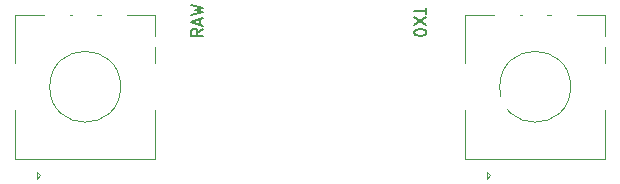
<source format=gto>
%TF.GenerationSoftware,KiCad,Pcbnew,(5.1.6)-1*%
%TF.CreationDate,2020-12-18T23:07:10-06:00*%
%TF.ProjectId,macropad_3x3,6d616372-6f70-4616-945f-3378332e6b69,rev?*%
%TF.SameCoordinates,Original*%
%TF.FileFunction,Legend,Top*%
%TF.FilePolarity,Positive*%
%FSLAX46Y46*%
G04 Gerber Fmt 4.6, Leading zero omitted, Abs format (unit mm)*
G04 Created by KiCad (PCBNEW (5.1.6)-1) date 2020-12-18 23:07:10*
%MOMM*%
%LPD*%
G01*
G04 APERTURE LIST*
%ADD10C,0.150000*%
%ADD11C,0.120000*%
%ADD12C,2.101600*%
%ADD13R,2.101600X3.301600*%
%ADD14R,2.101600X2.101600*%
%ADD15C,1.701600*%
%ADD16R,1.601600X1.301600*%
%ADD17C,2.351600*%
%ADD18C,4.089400*%
%ADD19C,1.851600*%
%ADD20C,1.801600*%
%ADD21C,0.901600*%
%ADD22C,2.006600*%
%ADD23R,2.006600X2.006600*%
%ADD24R,1.701600X1.701600*%
%ADD25O,1.701600X2.101600*%
%ADD26C,2.082800*%
G04 APERTURE END LIST*
D10*
X60618619Y-25050904D02*
X60618619Y-25622333D01*
X59618619Y-25336619D02*
X60618619Y-25336619D01*
X60618619Y-25860428D02*
X59618619Y-26527095D01*
X60618619Y-26527095D02*
X59618619Y-25860428D01*
X60618619Y-27098523D02*
X60618619Y-27193761D01*
X60571000Y-27289000D01*
X60523380Y-27336619D01*
X60428142Y-27384238D01*
X60237666Y-27431857D01*
X59999571Y-27431857D01*
X59809095Y-27384238D01*
X59713857Y-27336619D01*
X59666238Y-27289000D01*
X59618619Y-27193761D01*
X59618619Y-27098523D01*
X59666238Y-27003285D01*
X59713857Y-26955666D01*
X59809095Y-26908047D01*
X59999571Y-26860428D01*
X60237666Y-26860428D01*
X60428142Y-26908047D01*
X60523380Y-26955666D01*
X60571000Y-27003285D01*
X60618619Y-27098523D01*
X41727380Y-26852476D02*
X41251190Y-27185809D01*
X41727380Y-27423904D02*
X40727380Y-27423904D01*
X40727380Y-27042952D01*
X40775000Y-26947714D01*
X40822619Y-26900095D01*
X40917857Y-26852476D01*
X41060714Y-26852476D01*
X41155952Y-26900095D01*
X41203571Y-26947714D01*
X41251190Y-27042952D01*
X41251190Y-27423904D01*
X41441666Y-26471523D02*
X41441666Y-25995333D01*
X41727380Y-26566761D02*
X40727380Y-26233428D01*
X41727380Y-25900095D01*
X40727380Y-25662000D02*
X41727380Y-25423904D01*
X41013095Y-25233428D01*
X41727380Y-25042952D01*
X40727380Y-24804857D01*
D11*
%TO.C,RE2*%
X72850000Y-31750000D02*
G75*
G03*
X72850000Y-31750000I-3000000J0D01*
G01*
X63950000Y-29750000D02*
X63950000Y-25650000D01*
X75750000Y-25650000D02*
X75750000Y-29750000D01*
X75750000Y-33750000D02*
X75750000Y-37850000D01*
X63950000Y-33750000D02*
X63950000Y-37850000D01*
X63950000Y-37850000D02*
X75750000Y-37850000D01*
X66050000Y-39250000D02*
X65750000Y-39550000D01*
X65750000Y-39550000D02*
X65750000Y-38950000D01*
X65750000Y-38950000D02*
X66050000Y-39250000D01*
X63950000Y-25650000D02*
X66350000Y-25650000D01*
X68550000Y-25650000D02*
X71150000Y-25650000D01*
X73350000Y-25650000D02*
X75750000Y-25650000D01*
X69350000Y-31750000D02*
X70350000Y-31750000D01*
X69850000Y-32250000D02*
X69850000Y-31250000D01*
%TO.C,RE1*%
X34750000Y-31750000D02*
G75*
G03*
X34750000Y-31750000I-3000000J0D01*
G01*
X25850000Y-29750000D02*
X25850000Y-25650000D01*
X37650000Y-25650000D02*
X37650000Y-29750000D01*
X37650000Y-33750000D02*
X37650000Y-37850000D01*
X25850000Y-33750000D02*
X25850000Y-37850000D01*
X25850000Y-37850000D02*
X37650000Y-37850000D01*
X27950000Y-39250000D02*
X27650000Y-39550000D01*
X27650000Y-39550000D02*
X27650000Y-38950000D01*
X27650000Y-38950000D02*
X27950000Y-39250000D01*
X25850000Y-25650000D02*
X28250000Y-25650000D01*
X30450000Y-25650000D02*
X33050000Y-25650000D01*
X35250000Y-25650000D02*
X37650000Y-25650000D01*
X31250000Y-31750000D02*
X32250000Y-31750000D01*
X31750000Y-32250000D02*
X31750000Y-31250000D01*
%TD*%
%LPC*%
D12*
%TO.C,RE2*%
X72350000Y-24750000D03*
X67350000Y-24750000D03*
D13*
X75450000Y-31750000D03*
X64250000Y-31750000D03*
D12*
X72350000Y-39250000D03*
X69850000Y-39250000D03*
D14*
X67350000Y-39250000D03*
%TD*%
D15*
%TO.C,R11*%
X52705000Y-23812500D03*
X60505000Y-23812500D03*
D16*
X55255000Y-23812500D03*
X57955000Y-23812500D03*
%TD*%
D15*
%TO.C,R10*%
X50662500Y-23622000D03*
X42862500Y-23622000D03*
D16*
X48112500Y-23622000D03*
X45412500Y-23622000D03*
%TD*%
D15*
%TO.C,R9*%
X65950000Y-77216000D03*
X73750000Y-77216000D03*
D16*
X68500000Y-77216000D03*
X71200000Y-77216000D03*
%TD*%
D15*
%TO.C,R8*%
X46900000Y-77216000D03*
X54700000Y-77216000D03*
D16*
X49450000Y-77216000D03*
X52150000Y-77216000D03*
%TD*%
D15*
%TO.C,R7*%
X27850000Y-77216000D03*
X35650000Y-77216000D03*
D16*
X30400000Y-77216000D03*
X33100000Y-77216000D03*
%TD*%
D15*
%TO.C,R6*%
X65950000Y-58166000D03*
X73750000Y-58166000D03*
D16*
X68500000Y-58166000D03*
X71200000Y-58166000D03*
%TD*%
D15*
%TO.C,R5*%
X46900000Y-58166000D03*
X54700000Y-58166000D03*
D16*
X49450000Y-58166000D03*
X52150000Y-58166000D03*
%TD*%
D15*
%TO.C,R4*%
X27850000Y-58166000D03*
X35650000Y-58166000D03*
D16*
X30400000Y-58166000D03*
X33100000Y-58166000D03*
%TD*%
D15*
%TO.C,R3*%
X65950000Y-42418000D03*
X73750000Y-42418000D03*
D16*
X68500000Y-42418000D03*
X71200000Y-42418000D03*
%TD*%
D15*
%TO.C,R2*%
X46900000Y-39116000D03*
X54700000Y-39116000D03*
D16*
X49450000Y-39116000D03*
X52150000Y-39116000D03*
%TD*%
D15*
%TO.C,R1*%
X27850000Y-41656000D03*
X35650000Y-41656000D03*
D16*
X30400000Y-41656000D03*
X33100000Y-41656000D03*
%TD*%
D15*
%TO.C,RQ1*%
X42926000Y-58801000D03*
X42926000Y-66601000D03*
%TD*%
%TO.C,MX6*%
G36*
G01*
X72270027Y-47473077D02*
X72270028Y-47473077D01*
G75*
G02*
X71176923Y-46220028I79972J1173077D01*
G01*
X71216465Y-45639996D01*
G75*
G02*
X72469514Y-44546891I1173077J-79972D01*
G01*
X72469514Y-44546891D01*
G75*
G02*
X73562619Y-45799940I-79972J-1173077D01*
G01*
X73523077Y-46379972D01*
G75*
G02*
X72270028Y-47473077I-1173077J79972D01*
G01*
G37*
D17*
X72390000Y-45720000D03*
G36*
G01*
X65254762Y-49135162D02*
X65254762Y-49135162D01*
G75*
G02*
X65164838Y-47474762I785238J875162D01*
G01*
X66474828Y-46014754D01*
G75*
G02*
X68135228Y-45924830I875162J-785238D01*
G01*
X68135228Y-45924830D01*
G75*
G02*
X68225152Y-47585230I-785238J-875162D01*
G01*
X66915162Y-49045238D01*
G75*
G02*
X65254762Y-49135162I-875162J785238D01*
G01*
G37*
D18*
X69850000Y-50800000D03*
D17*
X67350000Y-46800000D03*
D19*
X64770000Y-50800000D03*
X74930000Y-50800000D03*
D12*
X74850000Y-47000000D03*
X69850000Y-44900000D03*
D20*
X64350000Y-50800000D03*
X75350000Y-50800000D03*
D21*
X64630000Y-55000000D03*
D22*
X68580000Y-55880000D03*
D23*
X71120000Y-55880000D03*
%TD*%
%TO.C,MX9*%
G36*
G01*
X72270027Y-66523077D02*
X72270028Y-66523077D01*
G75*
G02*
X71176923Y-65270028I79972J1173077D01*
G01*
X71216465Y-64689996D01*
G75*
G02*
X72469514Y-63596891I1173077J-79972D01*
G01*
X72469514Y-63596891D01*
G75*
G02*
X73562619Y-64849940I-79972J-1173077D01*
G01*
X73523077Y-65429972D01*
G75*
G02*
X72270028Y-66523077I-1173077J79972D01*
G01*
G37*
D17*
X72390000Y-64770000D03*
G36*
G01*
X65254762Y-68185162D02*
X65254762Y-68185162D01*
G75*
G02*
X65164838Y-66524762I785238J875162D01*
G01*
X66474828Y-65064754D01*
G75*
G02*
X68135228Y-64974830I875162J-785238D01*
G01*
X68135228Y-64974830D01*
G75*
G02*
X68225152Y-66635230I-785238J-875162D01*
G01*
X66915162Y-68095238D01*
G75*
G02*
X65254762Y-68185162I-875162J785238D01*
G01*
G37*
D18*
X69850000Y-69850000D03*
D17*
X67350000Y-65850000D03*
D19*
X64770000Y-69850000D03*
X74930000Y-69850000D03*
D12*
X74850000Y-66050000D03*
X69850000Y-63950000D03*
D20*
X64350000Y-69850000D03*
X75350000Y-69850000D03*
D21*
X64630000Y-74050000D03*
D22*
X68580000Y-74930000D03*
D23*
X71120000Y-74930000D03*
%TD*%
%TO.C,MX8*%
G36*
G01*
X53220027Y-66523077D02*
X53220028Y-66523077D01*
G75*
G02*
X52126923Y-65270028I79972J1173077D01*
G01*
X52166465Y-64689996D01*
G75*
G02*
X53419514Y-63596891I1173077J-79972D01*
G01*
X53419514Y-63596891D01*
G75*
G02*
X54512619Y-64849940I-79972J-1173077D01*
G01*
X54473077Y-65429972D01*
G75*
G02*
X53220028Y-66523077I-1173077J79972D01*
G01*
G37*
D17*
X53340000Y-64770000D03*
G36*
G01*
X46204762Y-68185162D02*
X46204762Y-68185162D01*
G75*
G02*
X46114838Y-66524762I785238J875162D01*
G01*
X47424828Y-65064754D01*
G75*
G02*
X49085228Y-64974830I875162J-785238D01*
G01*
X49085228Y-64974830D01*
G75*
G02*
X49175152Y-66635230I-785238J-875162D01*
G01*
X47865162Y-68095238D01*
G75*
G02*
X46204762Y-68185162I-875162J785238D01*
G01*
G37*
D18*
X50800000Y-69850000D03*
D17*
X48300000Y-65850000D03*
D19*
X45720000Y-69850000D03*
X55880000Y-69850000D03*
D12*
X55800000Y-66050000D03*
X50800000Y-63950000D03*
D20*
X45300000Y-69850000D03*
X56300000Y-69850000D03*
D21*
X45580000Y-74050000D03*
D22*
X49530000Y-74930000D03*
D23*
X52070000Y-74930000D03*
%TD*%
%TO.C,MX7*%
G36*
G01*
X34170027Y-66523077D02*
X34170028Y-66523077D01*
G75*
G02*
X33076923Y-65270028I79972J1173077D01*
G01*
X33116465Y-64689996D01*
G75*
G02*
X34369514Y-63596891I1173077J-79972D01*
G01*
X34369514Y-63596891D01*
G75*
G02*
X35462619Y-64849940I-79972J-1173077D01*
G01*
X35423077Y-65429972D01*
G75*
G02*
X34170028Y-66523077I-1173077J79972D01*
G01*
G37*
D17*
X34290000Y-64770000D03*
G36*
G01*
X27154762Y-68185162D02*
X27154762Y-68185162D01*
G75*
G02*
X27064838Y-66524762I785238J875162D01*
G01*
X28374828Y-65064754D01*
G75*
G02*
X30035228Y-64974830I875162J-785238D01*
G01*
X30035228Y-64974830D01*
G75*
G02*
X30125152Y-66635230I-785238J-875162D01*
G01*
X28815162Y-68095238D01*
G75*
G02*
X27154762Y-68185162I-875162J785238D01*
G01*
G37*
D18*
X31750000Y-69850000D03*
D17*
X29250000Y-65850000D03*
D19*
X26670000Y-69850000D03*
X36830000Y-69850000D03*
D12*
X36750000Y-66050000D03*
X31750000Y-63950000D03*
D20*
X26250000Y-69850000D03*
X37250000Y-69850000D03*
D21*
X26530000Y-74050000D03*
D22*
X30480000Y-74930000D03*
D23*
X33020000Y-74930000D03*
%TD*%
%TO.C,MX5*%
G36*
G01*
X53220027Y-47473077D02*
X53220028Y-47473077D01*
G75*
G02*
X52126923Y-46220028I79972J1173077D01*
G01*
X52166465Y-45639996D01*
G75*
G02*
X53419514Y-44546891I1173077J-79972D01*
G01*
X53419514Y-44546891D01*
G75*
G02*
X54512619Y-45799940I-79972J-1173077D01*
G01*
X54473077Y-46379972D01*
G75*
G02*
X53220028Y-47473077I-1173077J79972D01*
G01*
G37*
D17*
X53340000Y-45720000D03*
G36*
G01*
X46204762Y-49135162D02*
X46204762Y-49135162D01*
G75*
G02*
X46114838Y-47474762I785238J875162D01*
G01*
X47424828Y-46014754D01*
G75*
G02*
X49085228Y-45924830I875162J-785238D01*
G01*
X49085228Y-45924830D01*
G75*
G02*
X49175152Y-47585230I-785238J-875162D01*
G01*
X47865162Y-49045238D01*
G75*
G02*
X46204762Y-49135162I-875162J785238D01*
G01*
G37*
D18*
X50800000Y-50800000D03*
D17*
X48300000Y-46800000D03*
D19*
X45720000Y-50800000D03*
X55880000Y-50800000D03*
D12*
X55800000Y-47000000D03*
X50800000Y-44900000D03*
D20*
X45300000Y-50800000D03*
X56300000Y-50800000D03*
D21*
X45580000Y-55000000D03*
D22*
X49530000Y-55880000D03*
D23*
X52070000Y-55880000D03*
%TD*%
%TO.C,MX4*%
G36*
G01*
X34170027Y-47473077D02*
X34170028Y-47473077D01*
G75*
G02*
X33076923Y-46220028I79972J1173077D01*
G01*
X33116465Y-45639996D01*
G75*
G02*
X34369514Y-44546891I1173077J-79972D01*
G01*
X34369514Y-44546891D01*
G75*
G02*
X35462619Y-45799940I-79972J-1173077D01*
G01*
X35423077Y-46379972D01*
G75*
G02*
X34170028Y-47473077I-1173077J79972D01*
G01*
G37*
D17*
X34290000Y-45720000D03*
G36*
G01*
X27154762Y-49135162D02*
X27154762Y-49135162D01*
G75*
G02*
X27064838Y-47474762I785238J875162D01*
G01*
X28374828Y-46014754D01*
G75*
G02*
X30035228Y-45924830I875162J-785238D01*
G01*
X30035228Y-45924830D01*
G75*
G02*
X30125152Y-47585230I-785238J-875162D01*
G01*
X28815162Y-49045238D01*
G75*
G02*
X27154762Y-49135162I-875162J785238D01*
G01*
G37*
D18*
X31750000Y-50800000D03*
D17*
X29250000Y-46800000D03*
D19*
X26670000Y-50800000D03*
X36830000Y-50800000D03*
D12*
X36750000Y-47000000D03*
X31750000Y-44900000D03*
D20*
X26250000Y-50800000D03*
X37250000Y-50800000D03*
D21*
X26530000Y-55000000D03*
D22*
X30480000Y-55880000D03*
D23*
X33020000Y-55880000D03*
%TD*%
%TO.C,MX3*%
G36*
G01*
X72270027Y-28423077D02*
X72270028Y-28423077D01*
G75*
G02*
X71176923Y-27170028I79972J1173077D01*
G01*
X71216465Y-26589996D01*
G75*
G02*
X72469514Y-25496891I1173077J-79972D01*
G01*
X72469514Y-25496891D01*
G75*
G02*
X73562619Y-26749940I-79972J-1173077D01*
G01*
X73523077Y-27329972D01*
G75*
G02*
X72270028Y-28423077I-1173077J79972D01*
G01*
G37*
D17*
X72390000Y-26670000D03*
G36*
G01*
X65254762Y-30085162D02*
X65254762Y-30085162D01*
G75*
G02*
X65164838Y-28424762I785238J875162D01*
G01*
X66474828Y-26964754D01*
G75*
G02*
X68135228Y-26874830I875162J-785238D01*
G01*
X68135228Y-26874830D01*
G75*
G02*
X68225152Y-28535230I-785238J-875162D01*
G01*
X66915162Y-29995238D01*
G75*
G02*
X65254762Y-30085162I-875162J785238D01*
G01*
G37*
D18*
X69850000Y-31750000D03*
D17*
X67350000Y-27750000D03*
D19*
X64770000Y-31750000D03*
X74930000Y-31750000D03*
D12*
X74850000Y-27950000D03*
X69850000Y-25850000D03*
D20*
X64350000Y-31750000D03*
X75350000Y-31750000D03*
D21*
X64630000Y-35950000D03*
D22*
X68580000Y-36830000D03*
D23*
X71120000Y-36830000D03*
%TD*%
%TO.C,MX2*%
G36*
G01*
X53220027Y-28423077D02*
X53220028Y-28423077D01*
G75*
G02*
X52126923Y-27170028I79972J1173077D01*
G01*
X52166465Y-26589996D01*
G75*
G02*
X53419514Y-25496891I1173077J-79972D01*
G01*
X53419514Y-25496891D01*
G75*
G02*
X54512619Y-26749940I-79972J-1173077D01*
G01*
X54473077Y-27329972D01*
G75*
G02*
X53220028Y-28423077I-1173077J79972D01*
G01*
G37*
D17*
X53340000Y-26670000D03*
G36*
G01*
X46204762Y-30085162D02*
X46204762Y-30085162D01*
G75*
G02*
X46114838Y-28424762I785238J875162D01*
G01*
X47424828Y-26964754D01*
G75*
G02*
X49085228Y-26874830I875162J-785238D01*
G01*
X49085228Y-26874830D01*
G75*
G02*
X49175152Y-28535230I-785238J-875162D01*
G01*
X47865162Y-29995238D01*
G75*
G02*
X46204762Y-30085162I-875162J785238D01*
G01*
G37*
D18*
X50800000Y-31750000D03*
D17*
X48300000Y-27750000D03*
D19*
X45720000Y-31750000D03*
X55880000Y-31750000D03*
D12*
X55800000Y-27950000D03*
X50800000Y-25850000D03*
D20*
X45300000Y-31750000D03*
X56300000Y-31750000D03*
D21*
X45580000Y-35950000D03*
D22*
X49530000Y-36830000D03*
D23*
X52070000Y-36830000D03*
%TD*%
%TO.C,MX1*%
G36*
G01*
X34170027Y-28423077D02*
X34170028Y-28423077D01*
G75*
G02*
X33076923Y-27170028I79972J1173077D01*
G01*
X33116465Y-26589996D01*
G75*
G02*
X34369514Y-25496891I1173077J-79972D01*
G01*
X34369514Y-25496891D01*
G75*
G02*
X35462619Y-26749940I-79972J-1173077D01*
G01*
X35423077Y-27329972D01*
G75*
G02*
X34170028Y-28423077I-1173077J79972D01*
G01*
G37*
D17*
X34290000Y-26670000D03*
G36*
G01*
X27154762Y-30085162D02*
X27154762Y-30085162D01*
G75*
G02*
X27064838Y-28424762I785238J875162D01*
G01*
X28374828Y-26964754D01*
G75*
G02*
X30035228Y-26874830I875162J-785238D01*
G01*
X30035228Y-26874830D01*
G75*
G02*
X30125152Y-28535230I-785238J-875162D01*
G01*
X28815162Y-29995238D01*
G75*
G02*
X27154762Y-30085162I-875162J785238D01*
G01*
G37*
D18*
X31750000Y-31750000D03*
D17*
X29250000Y-27750000D03*
D19*
X26670000Y-31750000D03*
X36830000Y-31750000D03*
D12*
X36750000Y-27950000D03*
X31750000Y-25850000D03*
D20*
X26250000Y-31750000D03*
X37250000Y-31750000D03*
D21*
X26530000Y-35950000D03*
D22*
X30480000Y-36830000D03*
D23*
X33020000Y-36830000D03*
%TD*%
D24*
%TO.C,D9*%
X77470000Y-73750000D03*
D15*
X77470000Y-65950000D03*
%TD*%
D24*
%TO.C,D8*%
X58420000Y-73750000D03*
D15*
X58420000Y-65950000D03*
%TD*%
D24*
%TO.C,D7*%
X39370000Y-73750000D03*
D15*
X39370000Y-65950000D03*
%TD*%
D24*
%TO.C,D6*%
X77470000Y-55562500D03*
D15*
X77470000Y-47762500D03*
%TD*%
D24*
%TO.C,D5*%
X46900000Y-42862500D03*
D15*
X54700000Y-42862500D03*
%TD*%
D24*
%TO.C,D4*%
X39370000Y-54700000D03*
D15*
X39370000Y-46900000D03*
%TD*%
D24*
%TO.C,D3*%
X77470000Y-35650000D03*
D15*
X77470000Y-27850000D03*
%TD*%
D24*
%TO.C,D2*%
X46900000Y-41021000D03*
D15*
X54700000Y-41021000D03*
%TD*%
D24*
%TO.C,D1*%
X39370000Y-35650000D03*
D15*
X39370000Y-27850000D03*
%TD*%
D25*
%TO.C,U1*%
X66593750Y-33525000D03*
X61993750Y-32425000D03*
X61993750Y-25425000D03*
D21*
X64293750Y-30825000D03*
X64293750Y-23825000D03*
D25*
X61993750Y-28425000D03*
%TD*%
D12*
%TO.C,RE1*%
X34250000Y-24750000D03*
X29250000Y-24750000D03*
D13*
X37350000Y-31750000D03*
X26150000Y-31750000D03*
D12*
X34250000Y-39250000D03*
X31750000Y-39250000D03*
D14*
X29250000Y-39250000D03*
%TD*%
D26*
%TO.C,B1*%
X43180000Y-26193750D03*
X43180000Y-28733750D03*
X43180000Y-31273750D03*
X43180000Y-33813750D03*
X43180000Y-36353750D03*
X43180000Y-38893750D03*
X43180000Y-41433750D03*
X43180000Y-43973750D03*
X43180000Y-46513750D03*
X43180000Y-49053750D03*
X43180000Y-51593750D03*
X43180000Y-54133750D03*
X58420000Y-54133750D03*
X58420000Y-51593750D03*
X58420000Y-49053750D03*
X58420000Y-46513750D03*
X58420000Y-43973750D03*
X58420000Y-41433750D03*
X58420000Y-38893750D03*
X58420000Y-36353750D03*
X58420000Y-33813750D03*
X58420000Y-31273750D03*
X58420000Y-28733750D03*
X58420000Y-26193750D03*
%TD*%
M02*

</source>
